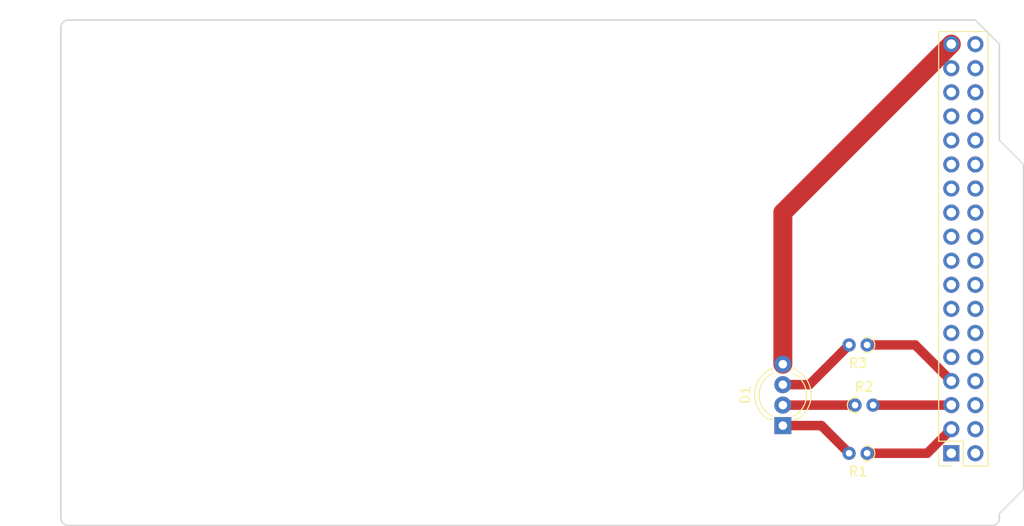
<source format=kicad_pcb>
(kicad_pcb (version 20221018) (generator pcbnew)
  (title_block (date "mar. 31 mars 2015"))
  (layers (0 "F.Cu" signal) (31 "B.Cu" signal) (34 "B.Paste" user) (35 "F.Paste" user) (36 "B.SilkS" user "B.Silkscreen") (37 "F.SilkS" user "F.Silkscreen") (38 "B.Mask" user) (39 "F.Mask" user) (44 "Edge.Cuts" user))
  (net 0 "")
  (net 1 "GND")
  (net 2 "/*52")
  (net 3 "/53")
  (net 4 "/50")
  (net 5 "/51")
  (net 6 "/48")
  (net 7 "/49")
  (net 8 "/*46")
  (net 9 "/47")
  (net 10 "/*44")
  (net 11 "/*45")
  (net 12 "/42")
  (net 13 "/43")
  (net 14 "/40")
  (net 15 "/41")
  (net 16 "/38")
  (net 17 "/39")
  (net 18 "/36")
  (net 19 "/37")
  (net 20 "/34")
  (net 21 "/35")
  (net 22 "/32")
  (net 23 "/33")
  (net 24 "/30")
  (net 25 "/31")
  (net 26 "/28")
  (net 27 "/29")
  (net 28 "/26")
  (net 29 "/27")
  (net 30 "/24")
  (net 31 "/25")
  (net 32 "/22")
  (net 33 "/23")
  (net 34 "+5V")
  (net 35 "Net-(D1-RK)")
  (net 36 "Net-(D1-GK)")
  (net 37 "Net-(D1-BK)")
  (footprint "Connector_PinSocket_2.54mm:PinSocket_2x18_P2.54mm_Vertical" (layer "F.Cu") (at 193.98 92.38 180)
    (fp_text reference "J7" hide)
    (fp_text value "Digital")
    (fp_line (start -3.87 -1.33) (end -3.87 44.51) (stroke (width 0.12)) (layer "F.SilkS"))
    (fp_line (start -3.87 -1.33) (end -1.27 -1.33) (stroke (width 0.12)) (layer "F.SilkS"))
    (fp_line (start -3.87 44.51) (end 1.33 44.51) (stroke (width 0.12)) (layer "F.SilkS"))
    (fp_line (start -1.27 -1.33) (end -1.27 1.27) (stroke (width 0.12)) (layer "F.SilkS"))
    (fp_line (start -1.27 1.27) (end 1.33 1.27) (stroke (width 0.12)) (layer "F.SilkS"))
    (fp_line (start 0 -1.33) (end 1.33 -1.33) (stroke (width 0.12)) (layer "F.SilkS"))
    (fp_line (start 1.33 -1.33) (end 1.33 0) (stroke (width 0.12)) (layer "F.SilkS"))
    (fp_line (start 1.33 1.27) (end 1.33 44.51) (stroke (width 0.12)) (layer "F.SilkS"))
    (pad "1" thru_hole rect (at 0 0 180) (size 1.7 1.7) (drill 1) (layers "*.Cu" "*.Mask") (net 1 "GND"))
    (pad "2" thru_hole oval (at -2.54 0 180) (size 1.7 1.7) (drill 1) (layers "*.Cu" "*.Mask") (net 1 "GND"))
    (pad "3" thru_hole oval (at 0 2.54 180) (size 1.7 1.7) (drill 1) (layers "*.Cu" "*.Mask") (net 2 "/*52"))
    (pad "4" thru_hole oval (at -2.54 2.54 180) (size 1.7 1.7) (drill 1) (layers "*.Cu" "*.Mask") (net 3 "/53"))
    (pad "5" thru_hole oval (at 0 5.08 180) (size 1.7 1.7) (drill 1) (layers "*.Cu" "*.Mask") (net 4 "/50"))
    (pad "6" thru_hole oval (at -2.54 5.08 180) (size 1.7 1.7) (drill 1) (layers "*.Cu" "*.Mask") (net 5 "/51"))
    (pad "7" thru_hole oval (at 0 7.62 180) (size 1.7 1.7) (drill 1) (layers "*.Cu" "*.Mask") (net 6 "/48"))
    (pad "8" thru_hole oval (at -2.54 7.62 180) (size 1.7 1.7) (drill 1) (layers "*.Cu" "*.Mask") (net 7 "/49"))
    (pad "9" thru_hole oval (at 0 10.16 180) (size 1.7 1.7) (drill 1) (layers "*.Cu" "*.Mask") (net 8 "/*46"))
    (pad "10" thru_hole oval (at -2.54 10.16 180) (size 1.7 1.7) (drill 1) (layers "*.Cu" "*.Mask") (net 9 "/47"))
    (pad "11" thru_hole oval (at 0 12.7 180) (size 1.7 1.7) (drill 1) (layers "*.Cu" "*.Mask") (net 10 "/*44"))
    (pad "12" thru_hole oval (at -2.54 12.7 180) (size 1.7 1.7) (drill 1) (layers "*.Cu" "*.Mask") (net 11 "/*45"))
    (pad "13" thru_hole oval (at 0 15.24 180) (size 1.7 1.7) (drill 1) (layers "*.Cu" "*.Mask") (net 12 "/42"))
    (pad "14" thru_hole oval (at -2.54 15.24 180) (size 1.7 1.7) (drill 1) (layers "*.Cu" "*.Mask") (net 13 "/43"))
    (pad "15" thru_hole oval (at 0 17.78 180) (size 1.7 1.7) (drill 1) (layers "*.Cu" "*.Mask") (net 14 "/40"))
    (pad "16" thru_hole oval (at -2.54 17.78 180) (size 1.7 1.7) (drill 1) (layers "*.Cu" "*.Mask") (net 15 "/41"))
    (pad "17" thru_hole oval (at 0 20.32 180) (size 1.7 1.7) (drill 1) (layers "*.Cu" "*.Mask") (net 16 "/38"))
    (pad "18" thru_hole oval (at -2.54 20.32 180) (size 1.7 1.7) (drill 1) (layers "*.Cu" "*.Mask") (net 17 "/39"))
    (pad "19" thru_hole oval (at 0 22.86 180) (size 1.7 1.7) (drill 1) (layers "*.Cu" "*.Mask") (net 18 "/36"))
    (pad "20" thru_hole oval (at -2.54 22.86 180) (size 1.7 1.7) (drill 1) (layers "*.Cu" "*.Mask") (net 19 "/37"))
    (pad "21" thru_hole oval (at 0 25.4 180) (size 1.7 1.7) (drill 1) (layers "*.Cu" "*.Mask") (net 20 "/34"))
    (pad "22" thru_hole oval (at -2.54 25.4 180) (size 1.7 1.7) (drill 1) (layers "*.Cu" "*.Mask") (net 21 "/35"))
    (pad "23" thru_hole oval (at 0 27.94 180) (size 1.7 1.7) (drill 1) (layers "*.Cu" "*.Mask") (net 22 "/32"))
    (pad "24" thru_hole oval (at -2.54 27.94 180) (size 1.7 1.7) (drill 1) (layers "*.Cu" "*.Mask") (net 23 "/33"))
    (pad "25" thru_hole oval (at 0 30.48 180) (size 1.7 1.7) (drill 1) (layers "*.Cu" "*.Mask") (net 24 "/30"))
    (pad "26" thru_hole oval (at -2.54 30.48 180) (size 1.7 1.7) (drill 1) (layers "*.Cu" "*.Mask") (net 25 "/31"))
    (pad "27" thru_hole oval (at 0 33.02 180) (size 1.7 1.7) (drill 1) (layers "*.Cu" "*.Mask") (net 26 "/28"))
    (pad "28" thru_hole oval (at -2.54 33.02 180) (size 1.7 1.7) (drill 1) (layers "*.Cu" "*.Mask") (net 27 "/29"))
    (pad "29" thru_hole oval (at 0 35.56 180) (size 1.7 1.7) (drill 1) (layers "*.Cu" "*.Mask") (net 28 "/26"))
    (pad "30" thru_hole oval (at -2.54 35.56 180) (size 1.7 1.7) (drill 1) (layers "*.Cu" "*.Mask") (net 29 "/27"))
    (pad "31" thru_hole oval (at 0 38.1 180) (size 1.7 1.7) (drill 1) (layers "*.Cu" "*.Mask") (net 30 "/24"))
    (pad "32" thru_hole oval (at -2.54 38.1 180) (size 1.7 1.7) (drill 1) (layers "*.Cu" "*.Mask") (net 31 "/25"))
    (pad "33" thru_hole oval (at 0 40.64 180) (size 1.7 1.7) (drill 1) (layers "*.Cu" "*.Mask") (net 32 "/22"))
    (pad "34" thru_hole oval (at -2.54 40.64 180) (size 1.7 1.7) (drill 1) (layers "*.Cu" "*.Mask") (net 33 "/23"))
    (pad "35" thru_hole oval (at 0 43.18 180) (size 1.7 1.7) (drill 1) (layers "*.Cu" "*.Mask") (net 34 "+5V"))
    (pad "36" thru_hole oval (at -2.54 43.18 180) (size 1.7 1.7) (drill 1) (layers "*.Cu" "*.Mask") (net 34 "+5V"))
  )
  (footprint "Arduino_MountingHole:MountingHole_3.2mm" (layer "F.Cu") (at 196.52 97.46)
    (fp_text reference "MH6" hide)
    (fp_text value "MountingHole_3.2mm" hide)
    (pad "" np_thru_hole circle (at 0 0) (size 3.2 3.2) (drill 3.2) (layers "*.Cu" "*.Mask"))
  )
  (footprint "Resistor_THT:R_Axial_DIN0204_L3.6mm_D1.6mm_P1.90mm_Vertical" (layer "F.Cu") (at 183.82 87.3)
    (fp_text reference "R2" (at 0.95 -1.92) (layer "F.SilkS"))
    (fp_text value "R")
    (fp_arc (start 0.320095 0.749359) (mid -0.813042 -0.054435) (end 0.417133 -0.7) (stroke (width 0.12)) (layer "F.SilkS"))
    (pad "1" thru_hole circle (at 0 0) (size 1.4 1.4) (drill 0.7) (layers "*.Cu" "*.Mask") (net 36 "Net-(D1-GK)"))
    (pad "2" thru_hole oval (at 1.9 0) (size 1.4 1.4) (drill 0.7) (layers "*.Cu" "*.Mask") (net 4 "/50"))
  )
  (footprint "Resistor_THT:R_Axial_DIN0204_L3.6mm_D1.6mm_P1.90mm_Vertical" (layer "F.Cu") (at 185.09 80.95 180)
    (fp_text reference "R3" (at 0.95 -1.92) (layer "F.SilkS"))
    (fp_text value "R")
    (fp_arc (start 0.320095 0.749359) (mid -0.813042 -0.054435) (end 0.417133 -0.7) (stroke (width 0.12)) (layer "F.SilkS"))
    (pad "1" thru_hole circle (at 0 0 180) (size 1.4 1.4) (drill 0.7) (layers "*.Cu" "*.Mask") (net 6 "/48"))
    (pad "2" thru_hole oval (at 1.9 0 180) (size 1.4 1.4) (drill 0.7) (layers "*.Cu" "*.Mask") (net 37 "Net-(D1-BK)"))
  )
  (footprint "Arduino_MountingHole:MountingHole_3.2mm" (layer "F.Cu") (at 115.24 49.2)
    (fp_text reference "MH1" hide)
    (fp_text value "MountingHole_3.2mm" hide)
    (pad "" np_thru_hole circle (at 0 0) (size 3.2 3.2) (drill 3.2) (layers "*.Cu" "*.Mask"))
  )
  (footprint "Resistor_THT:R_Axial_DIN0204_L3.6mm_D1.6mm_P1.90mm_Vertical" (layer "F.Cu") (at 185.09 92.38 180)
    (fp_text reference "R1" (at 0.95 -1.92) (layer "F.SilkS"))
    (fp_text value "R")
    (fp_arc (start 0.320095 0.749359) (mid -0.813042 -0.054435) (end 0.417133 -0.7) (stroke (width 0.12)) (layer "F.SilkS"))
    (pad "1" thru_hole circle (at 0 0 180) (size 1.4 1.4) (drill 0.7) (layers "*.Cu" "*.Mask") (net 2 "/*52"))
    (pad "2" thru_hole oval (at 1.9 0 180) (size 1.4 1.4) (drill 0.7) (layers "*.Cu" "*.Mask") (net 35 "Net-(D1-RK)"))
  )
  (footprint "LED_THT:LED_D5.0mm-4_RGB_Wide_Pins" (layer "F.Cu") (at 176.2 89.459 90)
    (fp_text reference "D1" (at 3.2385 -3.96 90) (layer "F.SilkS"))
    (fp_text value "LED_RGBA")
    (fp_line (start 0.6785 -1.545) (end 0.6785 -1.08) (stroke (width 0.12)) (layer "F.SilkS"))
    (fp_line (start 0.6785 1.08) (end 0.6785 1.545) (stroke (width 0.12)) (layer "F.SilkS"))
    (fp_arc (start 0.6785 -1.54483) (mid 3.496956 -2.978809) (end 6.026315 -1.080827) (stroke (width 0.12)) (layer "F.SilkS"))
    (fp_arc (start 0.983816 -1.08) (mid 3.238262 -2.5) (end 5.492979 -1.080429) (stroke (width 0.12)) (layer "F.SilkS"))
    (fp_arc (start 5.492979 1.080429) (mid 3.238262 2.5) (end 0.983816 1.08) (stroke (width 0.12)) (layer "F.SilkS"))
    (fp_arc (start 6.026315 1.080827) (mid 3.496956 2.978808) (end 0.6785 1.54483) (stroke (width 0.12)) (layer "F.SilkS"))
    (pad "1" thru_hole rect (at 0 0 90) (size 1.8 1.8) (drill 0.9) (layers "*.Cu" "*.Mask") (net 35 "Net-(D1-RK)"))
    (pad "2" thru_hole circle (at 2.159 0 90) (size 1.8 1.8) (drill 0.9) (layers "*.Cu" "*.Mask") (net 36 "Net-(D1-GK)"))
    (pad "3" thru_hole circle (at 4.318 0 90) (size 1.8 1.8) (drill 0.9) (layers "*.Cu" "*.Mask") (net 37 "Net-(D1-BK)"))
    (pad "4" thru_hole circle (at 6.477 0 90) (size 1.8 1.8) (drill 0.9) (layers "*.Cu" "*.Mask") (net 34 "+5V"))
  )
  (footprint "Arduino_MountingHole:MountingHole_3.2mm" (layer "F.Cu") (at 113.97 97.46)
    (fp_text reference "MH2" hide)
    (fp_text value "MountingHole_3.2mm" hide)
    (pad "" np_thru_hole circle (at 0 0) (size 3.2 3.2) (drill 3.2) (layers "*.Cu" "*.Mask"))
  )
  (footprint "Arduino_MountingHole:MountingHole_3.2mm" (layer "F.Cu") (at 166.04 64.44)
    (fp_text reference "MH3" hide)
    (fp_text value "MountingHole_3.2mm" hide)
    (pad "" np_thru_hole circle (at 0 0) (size 3.2 3.2) (drill 3.2) (layers "*.Cu" "*.Mask"))
  )
  (footprint "Arduino_MountingHole:MountingHole_3.2mm" (layer "F.Cu") (at 166.04 92.38)
    (fp_text reference "MH4" hide)
    (fp_text value "MountingHole_3.2mm" hide)
    (pad "" np_thru_hole circle (at 0 0) (size 3.2 3.2) (drill 3.2) (layers "*.Cu" "*.Mask"))
  )
  (footprint "Arduino_MountingHole:MountingHole_3.2mm" (layer "F.Cu") (at 190.17 49.2)
    (fp_text reference "MH5" hide)
    (fp_text value "MountingHole_3.2mm" hide)
    (pad "" np_thru_hole circle (at 0 0) (size 3.2 3.2) (drill 3.2) (layers "*.Cu" "*.Mask"))
  )
  (gr_line (start 199.06 59.36) (end 201.6 61.9) (stroke (width 0.15)) (layer "Edge.Cuts"))
  (gr_line (start 100 99.238) (end 100 47.422) (stroke (width 0.15)) (layer "Edge.Cuts"))
  (gr_line (start 201.6 61.9) (end 201.6 96.19) (stroke (width 0.15)) (layer "Edge.Cuts"))
  (gr_line (start 198.298 100) (end 100.762 100) (stroke (width 0.15)) (layer "Edge.Cuts"))
  (gr_line (start 100.762 46.66) (end 196.52 46.66) (stroke (width 0.15)) (layer "Edge.Cuts"))
  (gr_arc (start 100.762 100) (mid 100.223185 99.776815) (end 100 99.238) (stroke (width 0.15)) (layer "Edge.Cuts"))
  (gr_line (start 201.6 96.19) (end 199.06 98.73) (stroke (width 0.15)) (layer "Edge.Cuts"))
  (gr_line (start 196.52 46.66) (end 199.06 49.2) (stroke (width 0.15)) (layer "Edge.Cuts"))
  (gr_arc (start 199.06 99.238) (mid 198.836815 99.776815) (end 198.298 100) (stroke (width 0.15)) (layer "Edge.Cuts"))
  (gr_line (start 199.06 49.2) (end 199.06 59.36) (stroke (width 0.15)) (layer "Edge.Cuts"))
  (gr_line (start 199.06 98.73) (end 199.06 99.238) (stroke (width 0.15)) (layer "Edge.Cuts"))
  (gr_arc (start 100 47.422) (mid 100.223185 46.883185) (end 100.762 46.66) (stroke (width 0.15)) (layer "Edge.Cuts"))
  (segment (start 185.09 92.38) (end 191.44 92.38) (width 1) (layer "F.Cu") (net 2))
  (segment (start 191.44 92.38) (end 193.98 89.84) (width 1) (layer "F.Cu") (net 2))
  (segment (start 185.72 87.3) (end 193.98 87.3) (width 1) (layer "F.Cu") (net 4))
  (segment (start 185.09 80.95) (end 190.17 80.95) (width 1) (layer "F.Cu") (net 6))
  (segment (start 190.17 80.95) (end 193.98 84.76) (width 1) (layer "F.Cu") (net 6))
  (segment (start 176.2 66.98) (end 193.98 49.2) (width 2) (layer "F.Cu") (net 34))
  (segment (start 176.2 82.982) (end 176.2 66.98) (width 2) (layer "F.Cu") (net 34))
  (segment (start 180.269 89.459) (end 183.19 92.38) (width 1) (layer "F.Cu") (net 35))
  (segment (start 176.2 89.459) (end 180.269 89.459) (width 1) (layer "F.Cu") (net 35))
  (segment (start 176.2 87.3) (end 183.82 87.3) (width 1) (layer "F.Cu") (net 36))
  (segment (start 178.999 85.141) (end 183.19 80.95) (width 1) (layer "F.Cu") (net 37))
  (segment (start 176.2 85.141) (end 178.999 85.141) (width 1) (layer "F.Cu") (net 37))
)
</source>
